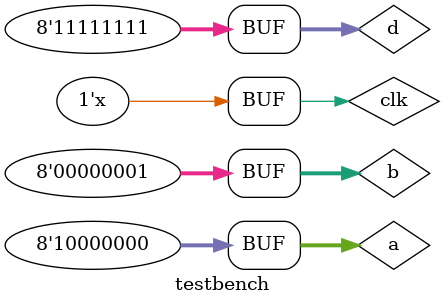
<source format=sv>
`timescale 1ns / 1ps


module testbench;

reg clk;
reg signed [7:0] a;
reg signed [7:0] d;
reg signed [7:0] b;

initial 
begin
    clk = 1;
    a = 8'b1000_0000;
    d = 8'b1111_1111;
    b = 8'b0000_0001;
end

always #10 clk = ~clk;

wire [15:0] ab;
wire [15:0] db;
dsp_for_2int8 u_dsp_for_2int8
(
    .clk(clk),
    .din_a(a),
    .din_d(d),
    .din_b(b),
    .dout_ab(ab),
    .dout_db(db)
);
endmodule

</source>
